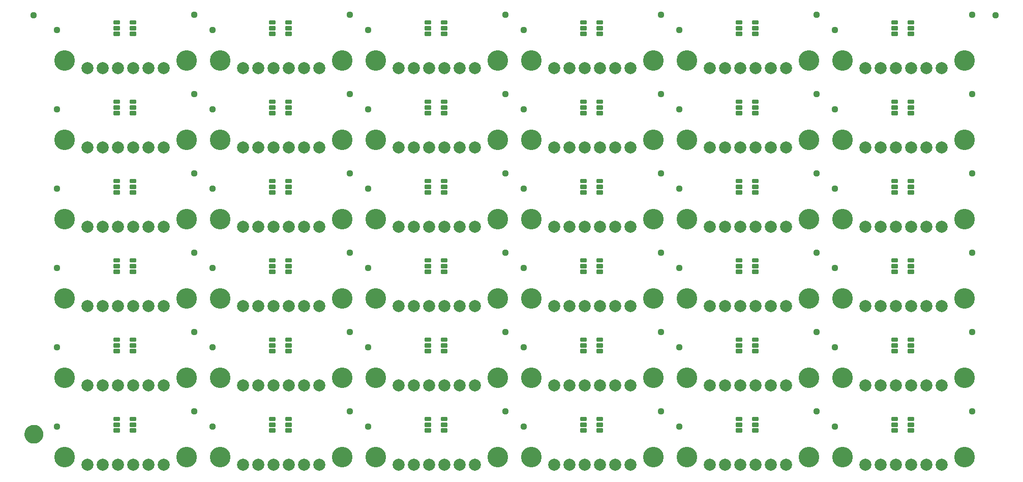
<source format=gbs>
G04 EAGLE Gerber RS-274X export*
G75*
%MOMM*%
%FSLAX34Y34*%
%LPD*%
%INSoldermask Bottom*%
%IPPOS*%
%AMOC8*
5,1,8,0,0,1.08239X$1,22.5*%
G01*
%ADD10C,1.127000*%
%ADD11C,3.429000*%
%ADD12C,0.226312*%
%ADD13C,2.006600*%
%ADD14C,1.270000*%
%ADD15C,1.627000*%


D10*
X12700Y76200D03*
X241300Y101600D03*
D11*
X228600Y25400D03*
X25400Y25400D03*
D12*
X134482Y91046D02*
X143268Y91046D01*
X143268Y86450D01*
X134482Y86450D01*
X134482Y91046D01*
X134482Y88600D02*
X143268Y88600D01*
X143268Y90750D02*
X134482Y90750D01*
X134482Y81546D02*
X143268Y81546D01*
X143268Y76950D01*
X134482Y76950D01*
X134482Y81546D01*
X134482Y79100D02*
X143268Y79100D01*
X143268Y81250D02*
X134482Y81250D01*
X134482Y72046D02*
X143268Y72046D01*
X143268Y67450D01*
X134482Y67450D01*
X134482Y72046D01*
X134482Y69600D02*
X143268Y69600D01*
X143268Y71750D02*
X134482Y71750D01*
X115963Y72046D02*
X107177Y72046D01*
X115963Y72046D02*
X115963Y67450D01*
X107177Y67450D01*
X107177Y72046D01*
X107177Y69600D02*
X115963Y69600D01*
X115963Y71750D02*
X107177Y71750D01*
X107177Y81546D02*
X115963Y81546D01*
X115963Y76950D01*
X107177Y76950D01*
X107177Y81546D01*
X107177Y79100D02*
X115963Y79100D01*
X115963Y81250D02*
X107177Y81250D01*
X107177Y91046D02*
X115963Y91046D01*
X115963Y86450D01*
X107177Y86450D01*
X107177Y91046D01*
X107177Y88600D02*
X115963Y88600D01*
X115963Y90750D02*
X107177Y90750D01*
D13*
X63500Y12700D03*
X88900Y12700D03*
X114300Y12700D03*
X139700Y12700D03*
X165100Y12700D03*
X190500Y12700D03*
D10*
X271780Y76200D03*
X500380Y101600D03*
D11*
X487680Y25400D03*
X284480Y25400D03*
D12*
X393562Y91046D02*
X402348Y91046D01*
X402348Y86450D01*
X393562Y86450D01*
X393562Y91046D01*
X393562Y88600D02*
X402348Y88600D01*
X402348Y90750D02*
X393562Y90750D01*
X393562Y81546D02*
X402348Y81546D01*
X402348Y76950D01*
X393562Y76950D01*
X393562Y81546D01*
X393562Y79100D02*
X402348Y79100D01*
X402348Y81250D02*
X393562Y81250D01*
X393562Y72046D02*
X402348Y72046D01*
X402348Y67450D01*
X393562Y67450D01*
X393562Y72046D01*
X393562Y69600D02*
X402348Y69600D01*
X402348Y71750D02*
X393562Y71750D01*
X375043Y72046D02*
X366257Y72046D01*
X375043Y72046D02*
X375043Y67450D01*
X366257Y67450D01*
X366257Y72046D01*
X366257Y69600D02*
X375043Y69600D01*
X375043Y71750D02*
X366257Y71750D01*
X366257Y81546D02*
X375043Y81546D01*
X375043Y76950D01*
X366257Y76950D01*
X366257Y81546D01*
X366257Y79100D02*
X375043Y79100D01*
X375043Y81250D02*
X366257Y81250D01*
X366257Y91046D02*
X375043Y91046D01*
X375043Y86450D01*
X366257Y86450D01*
X366257Y91046D01*
X366257Y88600D02*
X375043Y88600D01*
X375043Y90750D02*
X366257Y90750D01*
D13*
X322580Y12700D03*
X347980Y12700D03*
X373380Y12700D03*
X398780Y12700D03*
X424180Y12700D03*
X449580Y12700D03*
D10*
X530860Y76200D03*
X759460Y101600D03*
D11*
X746760Y25400D03*
X543560Y25400D03*
D12*
X652642Y91046D02*
X661428Y91046D01*
X661428Y86450D01*
X652642Y86450D01*
X652642Y91046D01*
X652642Y88600D02*
X661428Y88600D01*
X661428Y90750D02*
X652642Y90750D01*
X652642Y81546D02*
X661428Y81546D01*
X661428Y76950D01*
X652642Y76950D01*
X652642Y81546D01*
X652642Y79100D02*
X661428Y79100D01*
X661428Y81250D02*
X652642Y81250D01*
X652642Y72046D02*
X661428Y72046D01*
X661428Y67450D01*
X652642Y67450D01*
X652642Y72046D01*
X652642Y69600D02*
X661428Y69600D01*
X661428Y71750D02*
X652642Y71750D01*
X634123Y72046D02*
X625337Y72046D01*
X634123Y72046D02*
X634123Y67450D01*
X625337Y67450D01*
X625337Y72046D01*
X625337Y69600D02*
X634123Y69600D01*
X634123Y71750D02*
X625337Y71750D01*
X625337Y81546D02*
X634123Y81546D01*
X634123Y76950D01*
X625337Y76950D01*
X625337Y81546D01*
X625337Y79100D02*
X634123Y79100D01*
X634123Y81250D02*
X625337Y81250D01*
X625337Y91046D02*
X634123Y91046D01*
X634123Y86450D01*
X625337Y86450D01*
X625337Y91046D01*
X625337Y88600D02*
X634123Y88600D01*
X634123Y90750D02*
X625337Y90750D01*
D13*
X581660Y12700D03*
X607060Y12700D03*
X632460Y12700D03*
X657860Y12700D03*
X683260Y12700D03*
X708660Y12700D03*
D10*
X789940Y76200D03*
X1018540Y101600D03*
D11*
X1005840Y25400D03*
X802640Y25400D03*
D12*
X911722Y91046D02*
X920508Y91046D01*
X920508Y86450D01*
X911722Y86450D01*
X911722Y91046D01*
X911722Y88600D02*
X920508Y88600D01*
X920508Y90750D02*
X911722Y90750D01*
X911722Y81546D02*
X920508Y81546D01*
X920508Y76950D01*
X911722Y76950D01*
X911722Y81546D01*
X911722Y79100D02*
X920508Y79100D01*
X920508Y81250D02*
X911722Y81250D01*
X911722Y72046D02*
X920508Y72046D01*
X920508Y67450D01*
X911722Y67450D01*
X911722Y72046D01*
X911722Y69600D02*
X920508Y69600D01*
X920508Y71750D02*
X911722Y71750D01*
X893203Y72046D02*
X884417Y72046D01*
X893203Y72046D02*
X893203Y67450D01*
X884417Y67450D01*
X884417Y72046D01*
X884417Y69600D02*
X893203Y69600D01*
X893203Y71750D02*
X884417Y71750D01*
X884417Y81546D02*
X893203Y81546D01*
X893203Y76950D01*
X884417Y76950D01*
X884417Y81546D01*
X884417Y79100D02*
X893203Y79100D01*
X893203Y81250D02*
X884417Y81250D01*
X884417Y91046D02*
X893203Y91046D01*
X893203Y86450D01*
X884417Y86450D01*
X884417Y91046D01*
X884417Y88600D02*
X893203Y88600D01*
X893203Y90750D02*
X884417Y90750D01*
D13*
X840740Y12700D03*
X866140Y12700D03*
X891540Y12700D03*
X916940Y12700D03*
X942340Y12700D03*
X967740Y12700D03*
D10*
X1049020Y76200D03*
X1277620Y101600D03*
D11*
X1264920Y25400D03*
X1061720Y25400D03*
D12*
X1170802Y91046D02*
X1179588Y91046D01*
X1179588Y86450D01*
X1170802Y86450D01*
X1170802Y91046D01*
X1170802Y88600D02*
X1179588Y88600D01*
X1179588Y90750D02*
X1170802Y90750D01*
X1170802Y81546D02*
X1179588Y81546D01*
X1179588Y76950D01*
X1170802Y76950D01*
X1170802Y81546D01*
X1170802Y79100D02*
X1179588Y79100D01*
X1179588Y81250D02*
X1170802Y81250D01*
X1170802Y72046D02*
X1179588Y72046D01*
X1179588Y67450D01*
X1170802Y67450D01*
X1170802Y72046D01*
X1170802Y69600D02*
X1179588Y69600D01*
X1179588Y71750D02*
X1170802Y71750D01*
X1152283Y72046D02*
X1143497Y72046D01*
X1152283Y72046D02*
X1152283Y67450D01*
X1143497Y67450D01*
X1143497Y72046D01*
X1143497Y69600D02*
X1152283Y69600D01*
X1152283Y71750D02*
X1143497Y71750D01*
X1143497Y81546D02*
X1152283Y81546D01*
X1152283Y76950D01*
X1143497Y76950D01*
X1143497Y81546D01*
X1143497Y79100D02*
X1152283Y79100D01*
X1152283Y81250D02*
X1143497Y81250D01*
X1143497Y91046D02*
X1152283Y91046D01*
X1152283Y86450D01*
X1143497Y86450D01*
X1143497Y91046D01*
X1143497Y88600D02*
X1152283Y88600D01*
X1152283Y90750D02*
X1143497Y90750D01*
D13*
X1099820Y12700D03*
X1125220Y12700D03*
X1150620Y12700D03*
X1176020Y12700D03*
X1201420Y12700D03*
X1226820Y12700D03*
D10*
X1308100Y76200D03*
X1536700Y101600D03*
D11*
X1524000Y25400D03*
X1320800Y25400D03*
D12*
X1429882Y91046D02*
X1438668Y91046D01*
X1438668Y86450D01*
X1429882Y86450D01*
X1429882Y91046D01*
X1429882Y88600D02*
X1438668Y88600D01*
X1438668Y90750D02*
X1429882Y90750D01*
X1429882Y81546D02*
X1438668Y81546D01*
X1438668Y76950D01*
X1429882Y76950D01*
X1429882Y81546D01*
X1429882Y79100D02*
X1438668Y79100D01*
X1438668Y81250D02*
X1429882Y81250D01*
X1429882Y72046D02*
X1438668Y72046D01*
X1438668Y67450D01*
X1429882Y67450D01*
X1429882Y72046D01*
X1429882Y69600D02*
X1438668Y69600D01*
X1438668Y71750D02*
X1429882Y71750D01*
X1411363Y72046D02*
X1402577Y72046D01*
X1411363Y72046D02*
X1411363Y67450D01*
X1402577Y67450D01*
X1402577Y72046D01*
X1402577Y69600D02*
X1411363Y69600D01*
X1411363Y71750D02*
X1402577Y71750D01*
X1402577Y81546D02*
X1411363Y81546D01*
X1411363Y76950D01*
X1402577Y76950D01*
X1402577Y81546D01*
X1402577Y79100D02*
X1411363Y79100D01*
X1411363Y81250D02*
X1402577Y81250D01*
X1402577Y91046D02*
X1411363Y91046D01*
X1411363Y86450D01*
X1402577Y86450D01*
X1402577Y91046D01*
X1402577Y88600D02*
X1411363Y88600D01*
X1411363Y90750D02*
X1402577Y90750D01*
D13*
X1358900Y12700D03*
X1384300Y12700D03*
X1409700Y12700D03*
X1435100Y12700D03*
X1460500Y12700D03*
X1485900Y12700D03*
D10*
X12700Y208280D03*
X241300Y233680D03*
D11*
X228600Y157480D03*
X25400Y157480D03*
D12*
X134482Y223126D02*
X143268Y223126D01*
X143268Y218530D01*
X134482Y218530D01*
X134482Y223126D01*
X134482Y220680D02*
X143268Y220680D01*
X143268Y222830D02*
X134482Y222830D01*
X134482Y213626D02*
X143268Y213626D01*
X143268Y209030D01*
X134482Y209030D01*
X134482Y213626D01*
X134482Y211180D02*
X143268Y211180D01*
X143268Y213330D02*
X134482Y213330D01*
X134482Y204126D02*
X143268Y204126D01*
X143268Y199530D01*
X134482Y199530D01*
X134482Y204126D01*
X134482Y201680D02*
X143268Y201680D01*
X143268Y203830D02*
X134482Y203830D01*
X115963Y204126D02*
X107177Y204126D01*
X115963Y204126D02*
X115963Y199530D01*
X107177Y199530D01*
X107177Y204126D01*
X107177Y201680D02*
X115963Y201680D01*
X115963Y203830D02*
X107177Y203830D01*
X107177Y213626D02*
X115963Y213626D01*
X115963Y209030D01*
X107177Y209030D01*
X107177Y213626D01*
X107177Y211180D02*
X115963Y211180D01*
X115963Y213330D02*
X107177Y213330D01*
X107177Y223126D02*
X115963Y223126D01*
X115963Y218530D01*
X107177Y218530D01*
X107177Y223126D01*
X107177Y220680D02*
X115963Y220680D01*
X115963Y222830D02*
X107177Y222830D01*
D13*
X63500Y144780D03*
X88900Y144780D03*
X114300Y144780D03*
X139700Y144780D03*
X165100Y144780D03*
X190500Y144780D03*
D10*
X271780Y208280D03*
X500380Y233680D03*
D11*
X487680Y157480D03*
X284480Y157480D03*
D12*
X393562Y223126D02*
X402348Y223126D01*
X402348Y218530D01*
X393562Y218530D01*
X393562Y223126D01*
X393562Y220680D02*
X402348Y220680D01*
X402348Y222830D02*
X393562Y222830D01*
X393562Y213626D02*
X402348Y213626D01*
X402348Y209030D01*
X393562Y209030D01*
X393562Y213626D01*
X393562Y211180D02*
X402348Y211180D01*
X402348Y213330D02*
X393562Y213330D01*
X393562Y204126D02*
X402348Y204126D01*
X402348Y199530D01*
X393562Y199530D01*
X393562Y204126D01*
X393562Y201680D02*
X402348Y201680D01*
X402348Y203830D02*
X393562Y203830D01*
X375043Y204126D02*
X366257Y204126D01*
X375043Y204126D02*
X375043Y199530D01*
X366257Y199530D01*
X366257Y204126D01*
X366257Y201680D02*
X375043Y201680D01*
X375043Y203830D02*
X366257Y203830D01*
X366257Y213626D02*
X375043Y213626D01*
X375043Y209030D01*
X366257Y209030D01*
X366257Y213626D01*
X366257Y211180D02*
X375043Y211180D01*
X375043Y213330D02*
X366257Y213330D01*
X366257Y223126D02*
X375043Y223126D01*
X375043Y218530D01*
X366257Y218530D01*
X366257Y223126D01*
X366257Y220680D02*
X375043Y220680D01*
X375043Y222830D02*
X366257Y222830D01*
D13*
X322580Y144780D03*
X347980Y144780D03*
X373380Y144780D03*
X398780Y144780D03*
X424180Y144780D03*
X449580Y144780D03*
D10*
X530860Y208280D03*
X759460Y233680D03*
D11*
X746760Y157480D03*
X543560Y157480D03*
D12*
X652642Y223126D02*
X661428Y223126D01*
X661428Y218530D01*
X652642Y218530D01*
X652642Y223126D01*
X652642Y220680D02*
X661428Y220680D01*
X661428Y222830D02*
X652642Y222830D01*
X652642Y213626D02*
X661428Y213626D01*
X661428Y209030D01*
X652642Y209030D01*
X652642Y213626D01*
X652642Y211180D02*
X661428Y211180D01*
X661428Y213330D02*
X652642Y213330D01*
X652642Y204126D02*
X661428Y204126D01*
X661428Y199530D01*
X652642Y199530D01*
X652642Y204126D01*
X652642Y201680D02*
X661428Y201680D01*
X661428Y203830D02*
X652642Y203830D01*
X634123Y204126D02*
X625337Y204126D01*
X634123Y204126D02*
X634123Y199530D01*
X625337Y199530D01*
X625337Y204126D01*
X625337Y201680D02*
X634123Y201680D01*
X634123Y203830D02*
X625337Y203830D01*
X625337Y213626D02*
X634123Y213626D01*
X634123Y209030D01*
X625337Y209030D01*
X625337Y213626D01*
X625337Y211180D02*
X634123Y211180D01*
X634123Y213330D02*
X625337Y213330D01*
X625337Y223126D02*
X634123Y223126D01*
X634123Y218530D01*
X625337Y218530D01*
X625337Y223126D01*
X625337Y220680D02*
X634123Y220680D01*
X634123Y222830D02*
X625337Y222830D01*
D13*
X581660Y144780D03*
X607060Y144780D03*
X632460Y144780D03*
X657860Y144780D03*
X683260Y144780D03*
X708660Y144780D03*
D10*
X789940Y208280D03*
X1018540Y233680D03*
D11*
X1005840Y157480D03*
X802640Y157480D03*
D12*
X911722Y223126D02*
X920508Y223126D01*
X920508Y218530D01*
X911722Y218530D01*
X911722Y223126D01*
X911722Y220680D02*
X920508Y220680D01*
X920508Y222830D02*
X911722Y222830D01*
X911722Y213626D02*
X920508Y213626D01*
X920508Y209030D01*
X911722Y209030D01*
X911722Y213626D01*
X911722Y211180D02*
X920508Y211180D01*
X920508Y213330D02*
X911722Y213330D01*
X911722Y204126D02*
X920508Y204126D01*
X920508Y199530D01*
X911722Y199530D01*
X911722Y204126D01*
X911722Y201680D02*
X920508Y201680D01*
X920508Y203830D02*
X911722Y203830D01*
X893203Y204126D02*
X884417Y204126D01*
X893203Y204126D02*
X893203Y199530D01*
X884417Y199530D01*
X884417Y204126D01*
X884417Y201680D02*
X893203Y201680D01*
X893203Y203830D02*
X884417Y203830D01*
X884417Y213626D02*
X893203Y213626D01*
X893203Y209030D01*
X884417Y209030D01*
X884417Y213626D01*
X884417Y211180D02*
X893203Y211180D01*
X893203Y213330D02*
X884417Y213330D01*
X884417Y223126D02*
X893203Y223126D01*
X893203Y218530D01*
X884417Y218530D01*
X884417Y223126D01*
X884417Y220680D02*
X893203Y220680D01*
X893203Y222830D02*
X884417Y222830D01*
D13*
X840740Y144780D03*
X866140Y144780D03*
X891540Y144780D03*
X916940Y144780D03*
X942340Y144780D03*
X967740Y144780D03*
D10*
X1049020Y208280D03*
X1277620Y233680D03*
D11*
X1264920Y157480D03*
X1061720Y157480D03*
D12*
X1170802Y223126D02*
X1179588Y223126D01*
X1179588Y218530D01*
X1170802Y218530D01*
X1170802Y223126D01*
X1170802Y220680D02*
X1179588Y220680D01*
X1179588Y222830D02*
X1170802Y222830D01*
X1170802Y213626D02*
X1179588Y213626D01*
X1179588Y209030D01*
X1170802Y209030D01*
X1170802Y213626D01*
X1170802Y211180D02*
X1179588Y211180D01*
X1179588Y213330D02*
X1170802Y213330D01*
X1170802Y204126D02*
X1179588Y204126D01*
X1179588Y199530D01*
X1170802Y199530D01*
X1170802Y204126D01*
X1170802Y201680D02*
X1179588Y201680D01*
X1179588Y203830D02*
X1170802Y203830D01*
X1152283Y204126D02*
X1143497Y204126D01*
X1152283Y204126D02*
X1152283Y199530D01*
X1143497Y199530D01*
X1143497Y204126D01*
X1143497Y201680D02*
X1152283Y201680D01*
X1152283Y203830D02*
X1143497Y203830D01*
X1143497Y213626D02*
X1152283Y213626D01*
X1152283Y209030D01*
X1143497Y209030D01*
X1143497Y213626D01*
X1143497Y211180D02*
X1152283Y211180D01*
X1152283Y213330D02*
X1143497Y213330D01*
X1143497Y223126D02*
X1152283Y223126D01*
X1152283Y218530D01*
X1143497Y218530D01*
X1143497Y223126D01*
X1143497Y220680D02*
X1152283Y220680D01*
X1152283Y222830D02*
X1143497Y222830D01*
D13*
X1099820Y144780D03*
X1125220Y144780D03*
X1150620Y144780D03*
X1176020Y144780D03*
X1201420Y144780D03*
X1226820Y144780D03*
D10*
X1308100Y208280D03*
X1536700Y233680D03*
D11*
X1524000Y157480D03*
X1320800Y157480D03*
D12*
X1429882Y223126D02*
X1438668Y223126D01*
X1438668Y218530D01*
X1429882Y218530D01*
X1429882Y223126D01*
X1429882Y220680D02*
X1438668Y220680D01*
X1438668Y222830D02*
X1429882Y222830D01*
X1429882Y213626D02*
X1438668Y213626D01*
X1438668Y209030D01*
X1429882Y209030D01*
X1429882Y213626D01*
X1429882Y211180D02*
X1438668Y211180D01*
X1438668Y213330D02*
X1429882Y213330D01*
X1429882Y204126D02*
X1438668Y204126D01*
X1438668Y199530D01*
X1429882Y199530D01*
X1429882Y204126D01*
X1429882Y201680D02*
X1438668Y201680D01*
X1438668Y203830D02*
X1429882Y203830D01*
X1411363Y204126D02*
X1402577Y204126D01*
X1411363Y204126D02*
X1411363Y199530D01*
X1402577Y199530D01*
X1402577Y204126D01*
X1402577Y201680D02*
X1411363Y201680D01*
X1411363Y203830D02*
X1402577Y203830D01*
X1402577Y213626D02*
X1411363Y213626D01*
X1411363Y209030D01*
X1402577Y209030D01*
X1402577Y213626D01*
X1402577Y211180D02*
X1411363Y211180D01*
X1411363Y213330D02*
X1402577Y213330D01*
X1402577Y223126D02*
X1411363Y223126D01*
X1411363Y218530D01*
X1402577Y218530D01*
X1402577Y223126D01*
X1402577Y220680D02*
X1411363Y220680D01*
X1411363Y222830D02*
X1402577Y222830D01*
D13*
X1358900Y144780D03*
X1384300Y144780D03*
X1409700Y144780D03*
X1435100Y144780D03*
X1460500Y144780D03*
X1485900Y144780D03*
D10*
X12700Y340360D03*
X241300Y365760D03*
D11*
X228600Y289560D03*
X25400Y289560D03*
D12*
X134482Y355206D02*
X143268Y355206D01*
X143268Y350610D01*
X134482Y350610D01*
X134482Y355206D01*
X134482Y352760D02*
X143268Y352760D01*
X143268Y354910D02*
X134482Y354910D01*
X134482Y345706D02*
X143268Y345706D01*
X143268Y341110D01*
X134482Y341110D01*
X134482Y345706D01*
X134482Y343260D02*
X143268Y343260D01*
X143268Y345410D02*
X134482Y345410D01*
X134482Y336206D02*
X143268Y336206D01*
X143268Y331610D01*
X134482Y331610D01*
X134482Y336206D01*
X134482Y333760D02*
X143268Y333760D01*
X143268Y335910D02*
X134482Y335910D01*
X115963Y336206D02*
X107177Y336206D01*
X115963Y336206D02*
X115963Y331610D01*
X107177Y331610D01*
X107177Y336206D01*
X107177Y333760D02*
X115963Y333760D01*
X115963Y335910D02*
X107177Y335910D01*
X107177Y345706D02*
X115963Y345706D01*
X115963Y341110D01*
X107177Y341110D01*
X107177Y345706D01*
X107177Y343260D02*
X115963Y343260D01*
X115963Y345410D02*
X107177Y345410D01*
X107177Y355206D02*
X115963Y355206D01*
X115963Y350610D01*
X107177Y350610D01*
X107177Y355206D01*
X107177Y352760D02*
X115963Y352760D01*
X115963Y354910D02*
X107177Y354910D01*
D13*
X63500Y276860D03*
X88900Y276860D03*
X114300Y276860D03*
X139700Y276860D03*
X165100Y276860D03*
X190500Y276860D03*
D10*
X271780Y340360D03*
X500380Y365760D03*
D11*
X487680Y289560D03*
X284480Y289560D03*
D12*
X393562Y355206D02*
X402348Y355206D01*
X402348Y350610D01*
X393562Y350610D01*
X393562Y355206D01*
X393562Y352760D02*
X402348Y352760D01*
X402348Y354910D02*
X393562Y354910D01*
X393562Y345706D02*
X402348Y345706D01*
X402348Y341110D01*
X393562Y341110D01*
X393562Y345706D01*
X393562Y343260D02*
X402348Y343260D01*
X402348Y345410D02*
X393562Y345410D01*
X393562Y336206D02*
X402348Y336206D01*
X402348Y331610D01*
X393562Y331610D01*
X393562Y336206D01*
X393562Y333760D02*
X402348Y333760D01*
X402348Y335910D02*
X393562Y335910D01*
X375043Y336206D02*
X366257Y336206D01*
X375043Y336206D02*
X375043Y331610D01*
X366257Y331610D01*
X366257Y336206D01*
X366257Y333760D02*
X375043Y333760D01*
X375043Y335910D02*
X366257Y335910D01*
X366257Y345706D02*
X375043Y345706D01*
X375043Y341110D01*
X366257Y341110D01*
X366257Y345706D01*
X366257Y343260D02*
X375043Y343260D01*
X375043Y345410D02*
X366257Y345410D01*
X366257Y355206D02*
X375043Y355206D01*
X375043Y350610D01*
X366257Y350610D01*
X366257Y355206D01*
X366257Y352760D02*
X375043Y352760D01*
X375043Y354910D02*
X366257Y354910D01*
D13*
X322580Y276860D03*
X347980Y276860D03*
X373380Y276860D03*
X398780Y276860D03*
X424180Y276860D03*
X449580Y276860D03*
D10*
X530860Y340360D03*
X759460Y365760D03*
D11*
X746760Y289560D03*
X543560Y289560D03*
D12*
X652642Y355206D02*
X661428Y355206D01*
X661428Y350610D01*
X652642Y350610D01*
X652642Y355206D01*
X652642Y352760D02*
X661428Y352760D01*
X661428Y354910D02*
X652642Y354910D01*
X652642Y345706D02*
X661428Y345706D01*
X661428Y341110D01*
X652642Y341110D01*
X652642Y345706D01*
X652642Y343260D02*
X661428Y343260D01*
X661428Y345410D02*
X652642Y345410D01*
X652642Y336206D02*
X661428Y336206D01*
X661428Y331610D01*
X652642Y331610D01*
X652642Y336206D01*
X652642Y333760D02*
X661428Y333760D01*
X661428Y335910D02*
X652642Y335910D01*
X634123Y336206D02*
X625337Y336206D01*
X634123Y336206D02*
X634123Y331610D01*
X625337Y331610D01*
X625337Y336206D01*
X625337Y333760D02*
X634123Y333760D01*
X634123Y335910D02*
X625337Y335910D01*
X625337Y345706D02*
X634123Y345706D01*
X634123Y341110D01*
X625337Y341110D01*
X625337Y345706D01*
X625337Y343260D02*
X634123Y343260D01*
X634123Y345410D02*
X625337Y345410D01*
X625337Y355206D02*
X634123Y355206D01*
X634123Y350610D01*
X625337Y350610D01*
X625337Y355206D01*
X625337Y352760D02*
X634123Y352760D01*
X634123Y354910D02*
X625337Y354910D01*
D13*
X581660Y276860D03*
X607060Y276860D03*
X632460Y276860D03*
X657860Y276860D03*
X683260Y276860D03*
X708660Y276860D03*
D10*
X789940Y340360D03*
X1018540Y365760D03*
D11*
X1005840Y289560D03*
X802640Y289560D03*
D12*
X911722Y355206D02*
X920508Y355206D01*
X920508Y350610D01*
X911722Y350610D01*
X911722Y355206D01*
X911722Y352760D02*
X920508Y352760D01*
X920508Y354910D02*
X911722Y354910D01*
X911722Y345706D02*
X920508Y345706D01*
X920508Y341110D01*
X911722Y341110D01*
X911722Y345706D01*
X911722Y343260D02*
X920508Y343260D01*
X920508Y345410D02*
X911722Y345410D01*
X911722Y336206D02*
X920508Y336206D01*
X920508Y331610D01*
X911722Y331610D01*
X911722Y336206D01*
X911722Y333760D02*
X920508Y333760D01*
X920508Y335910D02*
X911722Y335910D01*
X893203Y336206D02*
X884417Y336206D01*
X893203Y336206D02*
X893203Y331610D01*
X884417Y331610D01*
X884417Y336206D01*
X884417Y333760D02*
X893203Y333760D01*
X893203Y335910D02*
X884417Y335910D01*
X884417Y345706D02*
X893203Y345706D01*
X893203Y341110D01*
X884417Y341110D01*
X884417Y345706D01*
X884417Y343260D02*
X893203Y343260D01*
X893203Y345410D02*
X884417Y345410D01*
X884417Y355206D02*
X893203Y355206D01*
X893203Y350610D01*
X884417Y350610D01*
X884417Y355206D01*
X884417Y352760D02*
X893203Y352760D01*
X893203Y354910D02*
X884417Y354910D01*
D13*
X840740Y276860D03*
X866140Y276860D03*
X891540Y276860D03*
X916940Y276860D03*
X942340Y276860D03*
X967740Y276860D03*
D10*
X1049020Y340360D03*
X1277620Y365760D03*
D11*
X1264920Y289560D03*
X1061720Y289560D03*
D12*
X1170802Y355206D02*
X1179588Y355206D01*
X1179588Y350610D01*
X1170802Y350610D01*
X1170802Y355206D01*
X1170802Y352760D02*
X1179588Y352760D01*
X1179588Y354910D02*
X1170802Y354910D01*
X1170802Y345706D02*
X1179588Y345706D01*
X1179588Y341110D01*
X1170802Y341110D01*
X1170802Y345706D01*
X1170802Y343260D02*
X1179588Y343260D01*
X1179588Y345410D02*
X1170802Y345410D01*
X1170802Y336206D02*
X1179588Y336206D01*
X1179588Y331610D01*
X1170802Y331610D01*
X1170802Y336206D01*
X1170802Y333760D02*
X1179588Y333760D01*
X1179588Y335910D02*
X1170802Y335910D01*
X1152283Y336206D02*
X1143497Y336206D01*
X1152283Y336206D02*
X1152283Y331610D01*
X1143497Y331610D01*
X1143497Y336206D01*
X1143497Y333760D02*
X1152283Y333760D01*
X1152283Y335910D02*
X1143497Y335910D01*
X1143497Y345706D02*
X1152283Y345706D01*
X1152283Y341110D01*
X1143497Y341110D01*
X1143497Y345706D01*
X1143497Y343260D02*
X1152283Y343260D01*
X1152283Y345410D02*
X1143497Y345410D01*
X1143497Y355206D02*
X1152283Y355206D01*
X1152283Y350610D01*
X1143497Y350610D01*
X1143497Y355206D01*
X1143497Y352760D02*
X1152283Y352760D01*
X1152283Y354910D02*
X1143497Y354910D01*
D13*
X1099820Y276860D03*
X1125220Y276860D03*
X1150620Y276860D03*
X1176020Y276860D03*
X1201420Y276860D03*
X1226820Y276860D03*
D10*
X1308100Y340360D03*
X1536700Y365760D03*
D11*
X1524000Y289560D03*
X1320800Y289560D03*
D12*
X1429882Y355206D02*
X1438668Y355206D01*
X1438668Y350610D01*
X1429882Y350610D01*
X1429882Y355206D01*
X1429882Y352760D02*
X1438668Y352760D01*
X1438668Y354910D02*
X1429882Y354910D01*
X1429882Y345706D02*
X1438668Y345706D01*
X1438668Y341110D01*
X1429882Y341110D01*
X1429882Y345706D01*
X1429882Y343260D02*
X1438668Y343260D01*
X1438668Y345410D02*
X1429882Y345410D01*
X1429882Y336206D02*
X1438668Y336206D01*
X1438668Y331610D01*
X1429882Y331610D01*
X1429882Y336206D01*
X1429882Y333760D02*
X1438668Y333760D01*
X1438668Y335910D02*
X1429882Y335910D01*
X1411363Y336206D02*
X1402577Y336206D01*
X1411363Y336206D02*
X1411363Y331610D01*
X1402577Y331610D01*
X1402577Y336206D01*
X1402577Y333760D02*
X1411363Y333760D01*
X1411363Y335910D02*
X1402577Y335910D01*
X1402577Y345706D02*
X1411363Y345706D01*
X1411363Y341110D01*
X1402577Y341110D01*
X1402577Y345706D01*
X1402577Y343260D02*
X1411363Y343260D01*
X1411363Y345410D02*
X1402577Y345410D01*
X1402577Y355206D02*
X1411363Y355206D01*
X1411363Y350610D01*
X1402577Y350610D01*
X1402577Y355206D01*
X1402577Y352760D02*
X1411363Y352760D01*
X1411363Y354910D02*
X1402577Y354910D01*
D13*
X1358900Y276860D03*
X1384300Y276860D03*
X1409700Y276860D03*
X1435100Y276860D03*
X1460500Y276860D03*
X1485900Y276860D03*
D10*
X12700Y472440D03*
X241300Y497840D03*
D11*
X228600Y421640D03*
X25400Y421640D03*
D12*
X134482Y487286D02*
X143268Y487286D01*
X143268Y482690D01*
X134482Y482690D01*
X134482Y487286D01*
X134482Y484840D02*
X143268Y484840D01*
X143268Y486990D02*
X134482Y486990D01*
X134482Y477786D02*
X143268Y477786D01*
X143268Y473190D01*
X134482Y473190D01*
X134482Y477786D01*
X134482Y475340D02*
X143268Y475340D01*
X143268Y477490D02*
X134482Y477490D01*
X134482Y468286D02*
X143268Y468286D01*
X143268Y463690D01*
X134482Y463690D01*
X134482Y468286D01*
X134482Y465840D02*
X143268Y465840D01*
X143268Y467990D02*
X134482Y467990D01*
X115963Y468286D02*
X107177Y468286D01*
X115963Y468286D02*
X115963Y463690D01*
X107177Y463690D01*
X107177Y468286D01*
X107177Y465840D02*
X115963Y465840D01*
X115963Y467990D02*
X107177Y467990D01*
X107177Y477786D02*
X115963Y477786D01*
X115963Y473190D01*
X107177Y473190D01*
X107177Y477786D01*
X107177Y475340D02*
X115963Y475340D01*
X115963Y477490D02*
X107177Y477490D01*
X107177Y487286D02*
X115963Y487286D01*
X115963Y482690D01*
X107177Y482690D01*
X107177Y487286D01*
X107177Y484840D02*
X115963Y484840D01*
X115963Y486990D02*
X107177Y486990D01*
D13*
X63500Y408940D03*
X88900Y408940D03*
X114300Y408940D03*
X139700Y408940D03*
X165100Y408940D03*
X190500Y408940D03*
D10*
X271780Y472440D03*
X500380Y497840D03*
D11*
X487680Y421640D03*
X284480Y421640D03*
D12*
X393562Y487286D02*
X402348Y487286D01*
X402348Y482690D01*
X393562Y482690D01*
X393562Y487286D01*
X393562Y484840D02*
X402348Y484840D01*
X402348Y486990D02*
X393562Y486990D01*
X393562Y477786D02*
X402348Y477786D01*
X402348Y473190D01*
X393562Y473190D01*
X393562Y477786D01*
X393562Y475340D02*
X402348Y475340D01*
X402348Y477490D02*
X393562Y477490D01*
X393562Y468286D02*
X402348Y468286D01*
X402348Y463690D01*
X393562Y463690D01*
X393562Y468286D01*
X393562Y465840D02*
X402348Y465840D01*
X402348Y467990D02*
X393562Y467990D01*
X375043Y468286D02*
X366257Y468286D01*
X375043Y468286D02*
X375043Y463690D01*
X366257Y463690D01*
X366257Y468286D01*
X366257Y465840D02*
X375043Y465840D01*
X375043Y467990D02*
X366257Y467990D01*
X366257Y477786D02*
X375043Y477786D01*
X375043Y473190D01*
X366257Y473190D01*
X366257Y477786D01*
X366257Y475340D02*
X375043Y475340D01*
X375043Y477490D02*
X366257Y477490D01*
X366257Y487286D02*
X375043Y487286D01*
X375043Y482690D01*
X366257Y482690D01*
X366257Y487286D01*
X366257Y484840D02*
X375043Y484840D01*
X375043Y486990D02*
X366257Y486990D01*
D13*
X322580Y408940D03*
X347980Y408940D03*
X373380Y408940D03*
X398780Y408940D03*
X424180Y408940D03*
X449580Y408940D03*
D10*
X530860Y472440D03*
X759460Y497840D03*
D11*
X746760Y421640D03*
X543560Y421640D03*
D12*
X652642Y487286D02*
X661428Y487286D01*
X661428Y482690D01*
X652642Y482690D01*
X652642Y487286D01*
X652642Y484840D02*
X661428Y484840D01*
X661428Y486990D02*
X652642Y486990D01*
X652642Y477786D02*
X661428Y477786D01*
X661428Y473190D01*
X652642Y473190D01*
X652642Y477786D01*
X652642Y475340D02*
X661428Y475340D01*
X661428Y477490D02*
X652642Y477490D01*
X652642Y468286D02*
X661428Y468286D01*
X661428Y463690D01*
X652642Y463690D01*
X652642Y468286D01*
X652642Y465840D02*
X661428Y465840D01*
X661428Y467990D02*
X652642Y467990D01*
X634123Y468286D02*
X625337Y468286D01*
X634123Y468286D02*
X634123Y463690D01*
X625337Y463690D01*
X625337Y468286D01*
X625337Y465840D02*
X634123Y465840D01*
X634123Y467990D02*
X625337Y467990D01*
X625337Y477786D02*
X634123Y477786D01*
X634123Y473190D01*
X625337Y473190D01*
X625337Y477786D01*
X625337Y475340D02*
X634123Y475340D01*
X634123Y477490D02*
X625337Y477490D01*
X625337Y487286D02*
X634123Y487286D01*
X634123Y482690D01*
X625337Y482690D01*
X625337Y487286D01*
X625337Y484840D02*
X634123Y484840D01*
X634123Y486990D02*
X625337Y486990D01*
D13*
X581660Y408940D03*
X607060Y408940D03*
X632460Y408940D03*
X657860Y408940D03*
X683260Y408940D03*
X708660Y408940D03*
D10*
X789940Y472440D03*
X1018540Y497840D03*
D11*
X1005840Y421640D03*
X802640Y421640D03*
D12*
X911722Y487286D02*
X920508Y487286D01*
X920508Y482690D01*
X911722Y482690D01*
X911722Y487286D01*
X911722Y484840D02*
X920508Y484840D01*
X920508Y486990D02*
X911722Y486990D01*
X911722Y477786D02*
X920508Y477786D01*
X920508Y473190D01*
X911722Y473190D01*
X911722Y477786D01*
X911722Y475340D02*
X920508Y475340D01*
X920508Y477490D02*
X911722Y477490D01*
X911722Y468286D02*
X920508Y468286D01*
X920508Y463690D01*
X911722Y463690D01*
X911722Y468286D01*
X911722Y465840D02*
X920508Y465840D01*
X920508Y467990D02*
X911722Y467990D01*
X893203Y468286D02*
X884417Y468286D01*
X893203Y468286D02*
X893203Y463690D01*
X884417Y463690D01*
X884417Y468286D01*
X884417Y465840D02*
X893203Y465840D01*
X893203Y467990D02*
X884417Y467990D01*
X884417Y477786D02*
X893203Y477786D01*
X893203Y473190D01*
X884417Y473190D01*
X884417Y477786D01*
X884417Y475340D02*
X893203Y475340D01*
X893203Y477490D02*
X884417Y477490D01*
X884417Y487286D02*
X893203Y487286D01*
X893203Y482690D01*
X884417Y482690D01*
X884417Y487286D01*
X884417Y484840D02*
X893203Y484840D01*
X893203Y486990D02*
X884417Y486990D01*
D13*
X840740Y408940D03*
X866140Y408940D03*
X891540Y408940D03*
X916940Y408940D03*
X942340Y408940D03*
X967740Y408940D03*
D10*
X1049020Y472440D03*
X1277620Y497840D03*
D11*
X1264920Y421640D03*
X1061720Y421640D03*
D12*
X1170802Y487286D02*
X1179588Y487286D01*
X1179588Y482690D01*
X1170802Y482690D01*
X1170802Y487286D01*
X1170802Y484840D02*
X1179588Y484840D01*
X1179588Y486990D02*
X1170802Y486990D01*
X1170802Y477786D02*
X1179588Y477786D01*
X1179588Y473190D01*
X1170802Y473190D01*
X1170802Y477786D01*
X1170802Y475340D02*
X1179588Y475340D01*
X1179588Y477490D02*
X1170802Y477490D01*
X1170802Y468286D02*
X1179588Y468286D01*
X1179588Y463690D01*
X1170802Y463690D01*
X1170802Y468286D01*
X1170802Y465840D02*
X1179588Y465840D01*
X1179588Y467990D02*
X1170802Y467990D01*
X1152283Y468286D02*
X1143497Y468286D01*
X1152283Y468286D02*
X1152283Y463690D01*
X1143497Y463690D01*
X1143497Y468286D01*
X1143497Y465840D02*
X1152283Y465840D01*
X1152283Y467990D02*
X1143497Y467990D01*
X1143497Y477786D02*
X1152283Y477786D01*
X1152283Y473190D01*
X1143497Y473190D01*
X1143497Y477786D01*
X1143497Y475340D02*
X1152283Y475340D01*
X1152283Y477490D02*
X1143497Y477490D01*
X1143497Y487286D02*
X1152283Y487286D01*
X1152283Y482690D01*
X1143497Y482690D01*
X1143497Y487286D01*
X1143497Y484840D02*
X1152283Y484840D01*
X1152283Y486990D02*
X1143497Y486990D01*
D13*
X1099820Y408940D03*
X1125220Y408940D03*
X1150620Y408940D03*
X1176020Y408940D03*
X1201420Y408940D03*
X1226820Y408940D03*
D10*
X1308100Y472440D03*
X1536700Y497840D03*
D11*
X1524000Y421640D03*
X1320800Y421640D03*
D12*
X1429882Y487286D02*
X1438668Y487286D01*
X1438668Y482690D01*
X1429882Y482690D01*
X1429882Y487286D01*
X1429882Y484840D02*
X1438668Y484840D01*
X1438668Y486990D02*
X1429882Y486990D01*
X1429882Y477786D02*
X1438668Y477786D01*
X1438668Y473190D01*
X1429882Y473190D01*
X1429882Y477786D01*
X1429882Y475340D02*
X1438668Y475340D01*
X1438668Y477490D02*
X1429882Y477490D01*
X1429882Y468286D02*
X1438668Y468286D01*
X1438668Y463690D01*
X1429882Y463690D01*
X1429882Y468286D01*
X1429882Y465840D02*
X1438668Y465840D01*
X1438668Y467990D02*
X1429882Y467990D01*
X1411363Y468286D02*
X1402577Y468286D01*
X1411363Y468286D02*
X1411363Y463690D01*
X1402577Y463690D01*
X1402577Y468286D01*
X1402577Y465840D02*
X1411363Y465840D01*
X1411363Y467990D02*
X1402577Y467990D01*
X1402577Y477786D02*
X1411363Y477786D01*
X1411363Y473190D01*
X1402577Y473190D01*
X1402577Y477786D01*
X1402577Y475340D02*
X1411363Y475340D01*
X1411363Y477490D02*
X1402577Y477490D01*
X1402577Y487286D02*
X1411363Y487286D01*
X1411363Y482690D01*
X1402577Y482690D01*
X1402577Y487286D01*
X1402577Y484840D02*
X1411363Y484840D01*
X1411363Y486990D02*
X1402577Y486990D01*
D13*
X1358900Y408940D03*
X1384300Y408940D03*
X1409700Y408940D03*
X1435100Y408940D03*
X1460500Y408940D03*
X1485900Y408940D03*
D10*
X12700Y604520D03*
X241300Y629920D03*
D11*
X228600Y553720D03*
X25400Y553720D03*
D12*
X134482Y619366D02*
X143268Y619366D01*
X143268Y614770D01*
X134482Y614770D01*
X134482Y619366D01*
X134482Y616920D02*
X143268Y616920D01*
X143268Y619070D02*
X134482Y619070D01*
X134482Y609866D02*
X143268Y609866D01*
X143268Y605270D01*
X134482Y605270D01*
X134482Y609866D01*
X134482Y607420D02*
X143268Y607420D01*
X143268Y609570D02*
X134482Y609570D01*
X134482Y600366D02*
X143268Y600366D01*
X143268Y595770D01*
X134482Y595770D01*
X134482Y600366D01*
X134482Y597920D02*
X143268Y597920D01*
X143268Y600070D02*
X134482Y600070D01*
X115963Y600366D02*
X107177Y600366D01*
X115963Y600366D02*
X115963Y595770D01*
X107177Y595770D01*
X107177Y600366D01*
X107177Y597920D02*
X115963Y597920D01*
X115963Y600070D02*
X107177Y600070D01*
X107177Y609866D02*
X115963Y609866D01*
X115963Y605270D01*
X107177Y605270D01*
X107177Y609866D01*
X107177Y607420D02*
X115963Y607420D01*
X115963Y609570D02*
X107177Y609570D01*
X107177Y619366D02*
X115963Y619366D01*
X115963Y614770D01*
X107177Y614770D01*
X107177Y619366D01*
X107177Y616920D02*
X115963Y616920D01*
X115963Y619070D02*
X107177Y619070D01*
D13*
X63500Y541020D03*
X88900Y541020D03*
X114300Y541020D03*
X139700Y541020D03*
X165100Y541020D03*
X190500Y541020D03*
D10*
X271780Y604520D03*
X500380Y629920D03*
D11*
X487680Y553720D03*
X284480Y553720D03*
D12*
X393562Y619366D02*
X402348Y619366D01*
X402348Y614770D01*
X393562Y614770D01*
X393562Y619366D01*
X393562Y616920D02*
X402348Y616920D01*
X402348Y619070D02*
X393562Y619070D01*
X393562Y609866D02*
X402348Y609866D01*
X402348Y605270D01*
X393562Y605270D01*
X393562Y609866D01*
X393562Y607420D02*
X402348Y607420D01*
X402348Y609570D02*
X393562Y609570D01*
X393562Y600366D02*
X402348Y600366D01*
X402348Y595770D01*
X393562Y595770D01*
X393562Y600366D01*
X393562Y597920D02*
X402348Y597920D01*
X402348Y600070D02*
X393562Y600070D01*
X375043Y600366D02*
X366257Y600366D01*
X375043Y600366D02*
X375043Y595770D01*
X366257Y595770D01*
X366257Y600366D01*
X366257Y597920D02*
X375043Y597920D01*
X375043Y600070D02*
X366257Y600070D01*
X366257Y609866D02*
X375043Y609866D01*
X375043Y605270D01*
X366257Y605270D01*
X366257Y609866D01*
X366257Y607420D02*
X375043Y607420D01*
X375043Y609570D02*
X366257Y609570D01*
X366257Y619366D02*
X375043Y619366D01*
X375043Y614770D01*
X366257Y614770D01*
X366257Y619366D01*
X366257Y616920D02*
X375043Y616920D01*
X375043Y619070D02*
X366257Y619070D01*
D13*
X322580Y541020D03*
X347980Y541020D03*
X373380Y541020D03*
X398780Y541020D03*
X424180Y541020D03*
X449580Y541020D03*
D10*
X530860Y604520D03*
X759460Y629920D03*
D11*
X746760Y553720D03*
X543560Y553720D03*
D12*
X652642Y619366D02*
X661428Y619366D01*
X661428Y614770D01*
X652642Y614770D01*
X652642Y619366D01*
X652642Y616920D02*
X661428Y616920D01*
X661428Y619070D02*
X652642Y619070D01*
X652642Y609866D02*
X661428Y609866D01*
X661428Y605270D01*
X652642Y605270D01*
X652642Y609866D01*
X652642Y607420D02*
X661428Y607420D01*
X661428Y609570D02*
X652642Y609570D01*
X652642Y600366D02*
X661428Y600366D01*
X661428Y595770D01*
X652642Y595770D01*
X652642Y600366D01*
X652642Y597920D02*
X661428Y597920D01*
X661428Y600070D02*
X652642Y600070D01*
X634123Y600366D02*
X625337Y600366D01*
X634123Y600366D02*
X634123Y595770D01*
X625337Y595770D01*
X625337Y600366D01*
X625337Y597920D02*
X634123Y597920D01*
X634123Y600070D02*
X625337Y600070D01*
X625337Y609866D02*
X634123Y609866D01*
X634123Y605270D01*
X625337Y605270D01*
X625337Y609866D01*
X625337Y607420D02*
X634123Y607420D01*
X634123Y609570D02*
X625337Y609570D01*
X625337Y619366D02*
X634123Y619366D01*
X634123Y614770D01*
X625337Y614770D01*
X625337Y619366D01*
X625337Y616920D02*
X634123Y616920D01*
X634123Y619070D02*
X625337Y619070D01*
D13*
X581660Y541020D03*
X607060Y541020D03*
X632460Y541020D03*
X657860Y541020D03*
X683260Y541020D03*
X708660Y541020D03*
D10*
X789940Y604520D03*
X1018540Y629920D03*
D11*
X1005840Y553720D03*
X802640Y553720D03*
D12*
X911722Y619366D02*
X920508Y619366D01*
X920508Y614770D01*
X911722Y614770D01*
X911722Y619366D01*
X911722Y616920D02*
X920508Y616920D01*
X920508Y619070D02*
X911722Y619070D01*
X911722Y609866D02*
X920508Y609866D01*
X920508Y605270D01*
X911722Y605270D01*
X911722Y609866D01*
X911722Y607420D02*
X920508Y607420D01*
X920508Y609570D02*
X911722Y609570D01*
X911722Y600366D02*
X920508Y600366D01*
X920508Y595770D01*
X911722Y595770D01*
X911722Y600366D01*
X911722Y597920D02*
X920508Y597920D01*
X920508Y600070D02*
X911722Y600070D01*
X893203Y600366D02*
X884417Y600366D01*
X893203Y600366D02*
X893203Y595770D01*
X884417Y595770D01*
X884417Y600366D01*
X884417Y597920D02*
X893203Y597920D01*
X893203Y600070D02*
X884417Y600070D01*
X884417Y609866D02*
X893203Y609866D01*
X893203Y605270D01*
X884417Y605270D01*
X884417Y609866D01*
X884417Y607420D02*
X893203Y607420D01*
X893203Y609570D02*
X884417Y609570D01*
X884417Y619366D02*
X893203Y619366D01*
X893203Y614770D01*
X884417Y614770D01*
X884417Y619366D01*
X884417Y616920D02*
X893203Y616920D01*
X893203Y619070D02*
X884417Y619070D01*
D13*
X840740Y541020D03*
X866140Y541020D03*
X891540Y541020D03*
X916940Y541020D03*
X942340Y541020D03*
X967740Y541020D03*
D10*
X1049020Y604520D03*
X1277620Y629920D03*
D11*
X1264920Y553720D03*
X1061720Y553720D03*
D12*
X1170802Y619366D02*
X1179588Y619366D01*
X1179588Y614770D01*
X1170802Y614770D01*
X1170802Y619366D01*
X1170802Y616920D02*
X1179588Y616920D01*
X1179588Y619070D02*
X1170802Y619070D01*
X1170802Y609866D02*
X1179588Y609866D01*
X1179588Y605270D01*
X1170802Y605270D01*
X1170802Y609866D01*
X1170802Y607420D02*
X1179588Y607420D01*
X1179588Y609570D02*
X1170802Y609570D01*
X1170802Y600366D02*
X1179588Y600366D01*
X1179588Y595770D01*
X1170802Y595770D01*
X1170802Y600366D01*
X1170802Y597920D02*
X1179588Y597920D01*
X1179588Y600070D02*
X1170802Y600070D01*
X1152283Y600366D02*
X1143497Y600366D01*
X1152283Y600366D02*
X1152283Y595770D01*
X1143497Y595770D01*
X1143497Y600366D01*
X1143497Y597920D02*
X1152283Y597920D01*
X1152283Y600070D02*
X1143497Y600070D01*
X1143497Y609866D02*
X1152283Y609866D01*
X1152283Y605270D01*
X1143497Y605270D01*
X1143497Y609866D01*
X1143497Y607420D02*
X1152283Y607420D01*
X1152283Y609570D02*
X1143497Y609570D01*
X1143497Y619366D02*
X1152283Y619366D01*
X1152283Y614770D01*
X1143497Y614770D01*
X1143497Y619366D01*
X1143497Y616920D02*
X1152283Y616920D01*
X1152283Y619070D02*
X1143497Y619070D01*
D13*
X1099820Y541020D03*
X1125220Y541020D03*
X1150620Y541020D03*
X1176020Y541020D03*
X1201420Y541020D03*
X1226820Y541020D03*
D10*
X1308100Y604520D03*
X1536700Y629920D03*
D11*
X1524000Y553720D03*
X1320800Y553720D03*
D12*
X1429882Y619366D02*
X1438668Y619366D01*
X1438668Y614770D01*
X1429882Y614770D01*
X1429882Y619366D01*
X1429882Y616920D02*
X1438668Y616920D01*
X1438668Y619070D02*
X1429882Y619070D01*
X1429882Y609866D02*
X1438668Y609866D01*
X1438668Y605270D01*
X1429882Y605270D01*
X1429882Y609866D01*
X1429882Y607420D02*
X1438668Y607420D01*
X1438668Y609570D02*
X1429882Y609570D01*
X1429882Y600366D02*
X1438668Y600366D01*
X1438668Y595770D01*
X1429882Y595770D01*
X1429882Y600366D01*
X1429882Y597920D02*
X1438668Y597920D01*
X1438668Y600070D02*
X1429882Y600070D01*
X1411363Y600366D02*
X1402577Y600366D01*
X1411363Y600366D02*
X1411363Y595770D01*
X1402577Y595770D01*
X1402577Y600366D01*
X1402577Y597920D02*
X1411363Y597920D01*
X1411363Y600070D02*
X1402577Y600070D01*
X1402577Y609866D02*
X1411363Y609866D01*
X1411363Y605270D01*
X1402577Y605270D01*
X1402577Y609866D01*
X1402577Y607420D02*
X1411363Y607420D01*
X1411363Y609570D02*
X1402577Y609570D01*
X1402577Y619366D02*
X1411363Y619366D01*
X1411363Y614770D01*
X1402577Y614770D01*
X1402577Y619366D01*
X1402577Y616920D02*
X1411363Y616920D01*
X1411363Y619070D02*
X1402577Y619070D01*
D13*
X1358900Y541020D03*
X1384300Y541020D03*
X1409700Y541020D03*
X1435100Y541020D03*
X1460500Y541020D03*
X1485900Y541020D03*
D10*
X12700Y736600D03*
X241300Y762000D03*
D11*
X228600Y685800D03*
X25400Y685800D03*
D12*
X134482Y751446D02*
X143268Y751446D01*
X143268Y746850D01*
X134482Y746850D01*
X134482Y751446D01*
X134482Y749000D02*
X143268Y749000D01*
X143268Y751150D02*
X134482Y751150D01*
X134482Y741946D02*
X143268Y741946D01*
X143268Y737350D01*
X134482Y737350D01*
X134482Y741946D01*
X134482Y739500D02*
X143268Y739500D01*
X143268Y741650D02*
X134482Y741650D01*
X134482Y732446D02*
X143268Y732446D01*
X143268Y727850D01*
X134482Y727850D01*
X134482Y732446D01*
X134482Y730000D02*
X143268Y730000D01*
X143268Y732150D02*
X134482Y732150D01*
X115963Y732446D02*
X107177Y732446D01*
X115963Y732446D02*
X115963Y727850D01*
X107177Y727850D01*
X107177Y732446D01*
X107177Y730000D02*
X115963Y730000D01*
X115963Y732150D02*
X107177Y732150D01*
X107177Y741946D02*
X115963Y741946D01*
X115963Y737350D01*
X107177Y737350D01*
X107177Y741946D01*
X107177Y739500D02*
X115963Y739500D01*
X115963Y741650D02*
X107177Y741650D01*
X107177Y751446D02*
X115963Y751446D01*
X115963Y746850D01*
X107177Y746850D01*
X107177Y751446D01*
X107177Y749000D02*
X115963Y749000D01*
X115963Y751150D02*
X107177Y751150D01*
D13*
X63500Y673100D03*
X88900Y673100D03*
X114300Y673100D03*
X139700Y673100D03*
X165100Y673100D03*
X190500Y673100D03*
D10*
X271780Y736600D03*
X500380Y762000D03*
D11*
X487680Y685800D03*
X284480Y685800D03*
D12*
X393562Y751446D02*
X402348Y751446D01*
X402348Y746850D01*
X393562Y746850D01*
X393562Y751446D01*
X393562Y749000D02*
X402348Y749000D01*
X402348Y751150D02*
X393562Y751150D01*
X393562Y741946D02*
X402348Y741946D01*
X402348Y737350D01*
X393562Y737350D01*
X393562Y741946D01*
X393562Y739500D02*
X402348Y739500D01*
X402348Y741650D02*
X393562Y741650D01*
X393562Y732446D02*
X402348Y732446D01*
X402348Y727850D01*
X393562Y727850D01*
X393562Y732446D01*
X393562Y730000D02*
X402348Y730000D01*
X402348Y732150D02*
X393562Y732150D01*
X375043Y732446D02*
X366257Y732446D01*
X375043Y732446D02*
X375043Y727850D01*
X366257Y727850D01*
X366257Y732446D01*
X366257Y730000D02*
X375043Y730000D01*
X375043Y732150D02*
X366257Y732150D01*
X366257Y741946D02*
X375043Y741946D01*
X375043Y737350D01*
X366257Y737350D01*
X366257Y741946D01*
X366257Y739500D02*
X375043Y739500D01*
X375043Y741650D02*
X366257Y741650D01*
X366257Y751446D02*
X375043Y751446D01*
X375043Y746850D01*
X366257Y746850D01*
X366257Y751446D01*
X366257Y749000D02*
X375043Y749000D01*
X375043Y751150D02*
X366257Y751150D01*
D13*
X322580Y673100D03*
X347980Y673100D03*
X373380Y673100D03*
X398780Y673100D03*
X424180Y673100D03*
X449580Y673100D03*
D10*
X530860Y736600D03*
X759460Y762000D03*
D11*
X746760Y685800D03*
X543560Y685800D03*
D12*
X652642Y751446D02*
X661428Y751446D01*
X661428Y746850D01*
X652642Y746850D01*
X652642Y751446D01*
X652642Y749000D02*
X661428Y749000D01*
X661428Y751150D02*
X652642Y751150D01*
X652642Y741946D02*
X661428Y741946D01*
X661428Y737350D01*
X652642Y737350D01*
X652642Y741946D01*
X652642Y739500D02*
X661428Y739500D01*
X661428Y741650D02*
X652642Y741650D01*
X652642Y732446D02*
X661428Y732446D01*
X661428Y727850D01*
X652642Y727850D01*
X652642Y732446D01*
X652642Y730000D02*
X661428Y730000D01*
X661428Y732150D02*
X652642Y732150D01*
X634123Y732446D02*
X625337Y732446D01*
X634123Y732446D02*
X634123Y727850D01*
X625337Y727850D01*
X625337Y732446D01*
X625337Y730000D02*
X634123Y730000D01*
X634123Y732150D02*
X625337Y732150D01*
X625337Y741946D02*
X634123Y741946D01*
X634123Y737350D01*
X625337Y737350D01*
X625337Y741946D01*
X625337Y739500D02*
X634123Y739500D01*
X634123Y741650D02*
X625337Y741650D01*
X625337Y751446D02*
X634123Y751446D01*
X634123Y746850D01*
X625337Y746850D01*
X625337Y751446D01*
X625337Y749000D02*
X634123Y749000D01*
X634123Y751150D02*
X625337Y751150D01*
D13*
X581660Y673100D03*
X607060Y673100D03*
X632460Y673100D03*
X657860Y673100D03*
X683260Y673100D03*
X708660Y673100D03*
D10*
X789940Y736600D03*
X1018540Y762000D03*
D11*
X1005840Y685800D03*
X802640Y685800D03*
D12*
X911722Y751446D02*
X920508Y751446D01*
X920508Y746850D01*
X911722Y746850D01*
X911722Y751446D01*
X911722Y749000D02*
X920508Y749000D01*
X920508Y751150D02*
X911722Y751150D01*
X911722Y741946D02*
X920508Y741946D01*
X920508Y737350D01*
X911722Y737350D01*
X911722Y741946D01*
X911722Y739500D02*
X920508Y739500D01*
X920508Y741650D02*
X911722Y741650D01*
X911722Y732446D02*
X920508Y732446D01*
X920508Y727850D01*
X911722Y727850D01*
X911722Y732446D01*
X911722Y730000D02*
X920508Y730000D01*
X920508Y732150D02*
X911722Y732150D01*
X893203Y732446D02*
X884417Y732446D01*
X893203Y732446D02*
X893203Y727850D01*
X884417Y727850D01*
X884417Y732446D01*
X884417Y730000D02*
X893203Y730000D01*
X893203Y732150D02*
X884417Y732150D01*
X884417Y741946D02*
X893203Y741946D01*
X893203Y737350D01*
X884417Y737350D01*
X884417Y741946D01*
X884417Y739500D02*
X893203Y739500D01*
X893203Y741650D02*
X884417Y741650D01*
X884417Y751446D02*
X893203Y751446D01*
X893203Y746850D01*
X884417Y746850D01*
X884417Y751446D01*
X884417Y749000D02*
X893203Y749000D01*
X893203Y751150D02*
X884417Y751150D01*
D13*
X840740Y673100D03*
X866140Y673100D03*
X891540Y673100D03*
X916940Y673100D03*
X942340Y673100D03*
X967740Y673100D03*
D10*
X1049020Y736600D03*
X1277620Y762000D03*
D11*
X1264920Y685800D03*
X1061720Y685800D03*
D12*
X1170802Y751446D02*
X1179588Y751446D01*
X1179588Y746850D01*
X1170802Y746850D01*
X1170802Y751446D01*
X1170802Y749000D02*
X1179588Y749000D01*
X1179588Y751150D02*
X1170802Y751150D01*
X1170802Y741946D02*
X1179588Y741946D01*
X1179588Y737350D01*
X1170802Y737350D01*
X1170802Y741946D01*
X1170802Y739500D02*
X1179588Y739500D01*
X1179588Y741650D02*
X1170802Y741650D01*
X1170802Y732446D02*
X1179588Y732446D01*
X1179588Y727850D01*
X1170802Y727850D01*
X1170802Y732446D01*
X1170802Y730000D02*
X1179588Y730000D01*
X1179588Y732150D02*
X1170802Y732150D01*
X1152283Y732446D02*
X1143497Y732446D01*
X1152283Y732446D02*
X1152283Y727850D01*
X1143497Y727850D01*
X1143497Y732446D01*
X1143497Y730000D02*
X1152283Y730000D01*
X1152283Y732150D02*
X1143497Y732150D01*
X1143497Y741946D02*
X1152283Y741946D01*
X1152283Y737350D01*
X1143497Y737350D01*
X1143497Y741946D01*
X1143497Y739500D02*
X1152283Y739500D01*
X1152283Y741650D02*
X1143497Y741650D01*
X1143497Y751446D02*
X1152283Y751446D01*
X1152283Y746850D01*
X1143497Y746850D01*
X1143497Y751446D01*
X1143497Y749000D02*
X1152283Y749000D01*
X1152283Y751150D02*
X1143497Y751150D01*
D13*
X1099820Y673100D03*
X1125220Y673100D03*
X1150620Y673100D03*
X1176020Y673100D03*
X1201420Y673100D03*
X1226820Y673100D03*
D10*
X1308100Y736600D03*
X1536700Y762000D03*
D11*
X1524000Y685800D03*
X1320800Y685800D03*
D12*
X1429882Y751446D02*
X1438668Y751446D01*
X1438668Y746850D01*
X1429882Y746850D01*
X1429882Y751446D01*
X1429882Y749000D02*
X1438668Y749000D01*
X1438668Y751150D02*
X1429882Y751150D01*
X1429882Y741946D02*
X1438668Y741946D01*
X1438668Y737350D01*
X1429882Y737350D01*
X1429882Y741946D01*
X1429882Y739500D02*
X1438668Y739500D01*
X1438668Y741650D02*
X1429882Y741650D01*
X1429882Y732446D02*
X1438668Y732446D01*
X1438668Y727850D01*
X1429882Y727850D01*
X1429882Y732446D01*
X1429882Y730000D02*
X1438668Y730000D01*
X1438668Y732150D02*
X1429882Y732150D01*
X1411363Y732446D02*
X1402577Y732446D01*
X1411363Y732446D02*
X1411363Y727850D01*
X1402577Y727850D01*
X1402577Y732446D01*
X1402577Y730000D02*
X1411363Y730000D01*
X1411363Y732150D02*
X1402577Y732150D01*
X1402577Y741946D02*
X1411363Y741946D01*
X1411363Y737350D01*
X1402577Y737350D01*
X1402577Y741946D01*
X1402577Y739500D02*
X1411363Y739500D01*
X1411363Y741650D02*
X1402577Y741650D01*
X1402577Y751446D02*
X1411363Y751446D01*
X1411363Y746850D01*
X1402577Y746850D01*
X1402577Y751446D01*
X1402577Y749000D02*
X1411363Y749000D01*
X1411363Y751150D02*
X1402577Y751150D01*
D13*
X1358900Y673100D03*
X1384300Y673100D03*
X1409700Y673100D03*
X1435100Y673100D03*
X1460500Y673100D03*
X1485900Y673100D03*
D10*
X-26238Y760730D03*
X1575638Y760730D03*
D14*
X-35293Y63500D02*
X-35290Y63722D01*
X-35282Y63944D01*
X-35268Y64166D01*
X-35249Y64388D01*
X-35225Y64608D01*
X-35195Y64829D01*
X-35160Y65048D01*
X-35119Y65267D01*
X-35073Y65484D01*
X-35022Y65700D01*
X-34965Y65915D01*
X-34903Y66129D01*
X-34836Y66340D01*
X-34764Y66551D01*
X-34686Y66759D01*
X-34604Y66965D01*
X-34516Y67169D01*
X-34424Y67372D01*
X-34326Y67571D01*
X-34224Y67768D01*
X-34117Y67963D01*
X-34005Y68155D01*
X-33888Y68344D01*
X-33767Y68531D01*
X-33641Y68714D01*
X-33511Y68894D01*
X-33376Y69071D01*
X-33238Y69244D01*
X-33095Y69414D01*
X-32947Y69581D01*
X-32796Y69744D01*
X-32641Y69903D01*
X-32482Y70058D01*
X-32319Y70209D01*
X-32152Y70357D01*
X-31982Y70500D01*
X-31809Y70638D01*
X-31632Y70773D01*
X-31452Y70903D01*
X-31269Y71029D01*
X-31082Y71150D01*
X-30893Y71267D01*
X-30701Y71379D01*
X-30506Y71486D01*
X-30309Y71588D01*
X-30110Y71686D01*
X-29907Y71778D01*
X-29703Y71866D01*
X-29497Y71948D01*
X-29289Y72026D01*
X-29078Y72098D01*
X-28867Y72165D01*
X-28653Y72227D01*
X-28438Y72284D01*
X-28222Y72335D01*
X-28005Y72381D01*
X-27786Y72422D01*
X-27567Y72457D01*
X-27346Y72487D01*
X-27126Y72511D01*
X-26904Y72530D01*
X-26682Y72544D01*
X-26460Y72552D01*
X-26238Y72555D01*
X-26016Y72552D01*
X-25794Y72544D01*
X-25572Y72530D01*
X-25350Y72511D01*
X-25130Y72487D01*
X-24909Y72457D01*
X-24690Y72422D01*
X-24471Y72381D01*
X-24254Y72335D01*
X-24038Y72284D01*
X-23823Y72227D01*
X-23609Y72165D01*
X-23398Y72098D01*
X-23187Y72026D01*
X-22979Y71948D01*
X-22773Y71866D01*
X-22569Y71778D01*
X-22366Y71686D01*
X-22167Y71588D01*
X-21970Y71486D01*
X-21775Y71379D01*
X-21583Y71267D01*
X-21394Y71150D01*
X-21207Y71029D01*
X-21024Y70903D01*
X-20844Y70773D01*
X-20667Y70638D01*
X-20494Y70500D01*
X-20324Y70357D01*
X-20157Y70209D01*
X-19994Y70058D01*
X-19835Y69903D01*
X-19680Y69744D01*
X-19529Y69581D01*
X-19381Y69414D01*
X-19238Y69244D01*
X-19100Y69071D01*
X-18965Y68894D01*
X-18835Y68714D01*
X-18709Y68531D01*
X-18588Y68344D01*
X-18471Y68155D01*
X-18359Y67963D01*
X-18252Y67768D01*
X-18150Y67571D01*
X-18052Y67372D01*
X-17960Y67169D01*
X-17872Y66965D01*
X-17790Y66759D01*
X-17712Y66551D01*
X-17640Y66340D01*
X-17573Y66129D01*
X-17511Y65915D01*
X-17454Y65700D01*
X-17403Y65484D01*
X-17357Y65267D01*
X-17316Y65048D01*
X-17281Y64829D01*
X-17251Y64608D01*
X-17227Y64388D01*
X-17208Y64166D01*
X-17194Y63944D01*
X-17186Y63722D01*
X-17183Y63500D01*
X-17186Y63278D01*
X-17194Y63056D01*
X-17208Y62834D01*
X-17227Y62612D01*
X-17251Y62392D01*
X-17281Y62171D01*
X-17316Y61952D01*
X-17357Y61733D01*
X-17403Y61516D01*
X-17454Y61300D01*
X-17511Y61085D01*
X-17573Y60871D01*
X-17640Y60660D01*
X-17712Y60449D01*
X-17790Y60241D01*
X-17872Y60035D01*
X-17960Y59831D01*
X-18052Y59628D01*
X-18150Y59429D01*
X-18252Y59232D01*
X-18359Y59037D01*
X-18471Y58845D01*
X-18588Y58656D01*
X-18709Y58469D01*
X-18835Y58286D01*
X-18965Y58106D01*
X-19100Y57929D01*
X-19238Y57756D01*
X-19381Y57586D01*
X-19529Y57419D01*
X-19680Y57256D01*
X-19835Y57097D01*
X-19994Y56942D01*
X-20157Y56791D01*
X-20324Y56643D01*
X-20494Y56500D01*
X-20667Y56362D01*
X-20844Y56227D01*
X-21024Y56097D01*
X-21207Y55971D01*
X-21394Y55850D01*
X-21583Y55733D01*
X-21775Y55621D01*
X-21970Y55514D01*
X-22167Y55412D01*
X-22366Y55314D01*
X-22569Y55222D01*
X-22773Y55134D01*
X-22979Y55052D01*
X-23187Y54974D01*
X-23398Y54902D01*
X-23609Y54835D01*
X-23823Y54773D01*
X-24038Y54716D01*
X-24254Y54665D01*
X-24471Y54619D01*
X-24690Y54578D01*
X-24909Y54543D01*
X-25130Y54513D01*
X-25350Y54489D01*
X-25572Y54470D01*
X-25794Y54456D01*
X-26016Y54448D01*
X-26238Y54445D01*
X-26460Y54448D01*
X-26682Y54456D01*
X-26904Y54470D01*
X-27126Y54489D01*
X-27346Y54513D01*
X-27567Y54543D01*
X-27786Y54578D01*
X-28005Y54619D01*
X-28222Y54665D01*
X-28438Y54716D01*
X-28653Y54773D01*
X-28867Y54835D01*
X-29078Y54902D01*
X-29289Y54974D01*
X-29497Y55052D01*
X-29703Y55134D01*
X-29907Y55222D01*
X-30110Y55314D01*
X-30309Y55412D01*
X-30506Y55514D01*
X-30701Y55621D01*
X-30893Y55733D01*
X-31082Y55850D01*
X-31269Y55971D01*
X-31452Y56097D01*
X-31632Y56227D01*
X-31809Y56362D01*
X-31982Y56500D01*
X-32152Y56643D01*
X-32319Y56791D01*
X-32482Y56942D01*
X-32641Y57097D01*
X-32796Y57256D01*
X-32947Y57419D01*
X-33095Y57586D01*
X-33238Y57756D01*
X-33376Y57929D01*
X-33511Y58106D01*
X-33641Y58286D01*
X-33767Y58469D01*
X-33888Y58656D01*
X-34005Y58845D01*
X-34117Y59037D01*
X-34224Y59232D01*
X-34326Y59429D01*
X-34424Y59628D01*
X-34516Y59831D01*
X-34604Y60035D01*
X-34686Y60241D01*
X-34764Y60449D01*
X-34836Y60660D01*
X-34903Y60871D01*
X-34965Y61085D01*
X-35022Y61300D01*
X-35073Y61516D01*
X-35119Y61733D01*
X-35160Y61952D01*
X-35195Y62171D01*
X-35225Y62392D01*
X-35249Y62612D01*
X-35268Y62834D01*
X-35282Y63056D01*
X-35290Y63278D01*
X-35293Y63500D01*
D15*
X-26238Y63500D03*
M02*

</source>
